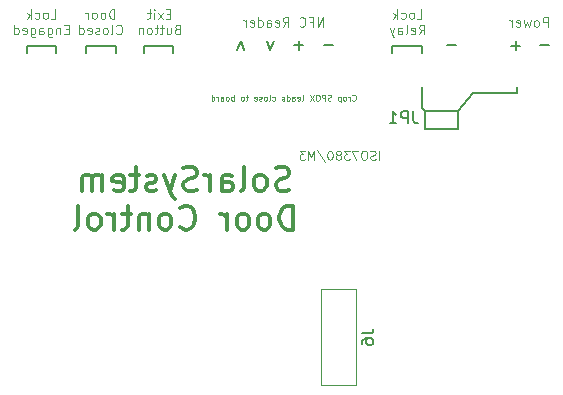
<source format=gbr>
%TF.GenerationSoftware,KiCad,Pcbnew,(5.1.9-0-10_14)*%
%TF.CreationDate,2021-07-10T08:02:52+01:00*%
%TF.ProjectId,Access,41636365-7373-42e6-9b69-6361645f7063,2*%
%TF.SameCoordinates,Original*%
%TF.FileFunction,Legend,Bot*%
%TF.FilePolarity,Positive*%
%FSLAX46Y46*%
G04 Gerber Fmt 4.6, Leading zero omitted, Abs format (unit mm)*
G04 Created by KiCad (PCBNEW (5.1.9-0-10_14)) date 2021-07-10 08:02:52*
%MOMM*%
%LPD*%
G01*
G04 APERTURE LIST*
%ADD10C,0.150000*%
%ADD11C,0.100000*%
%ADD12C,0.300000*%
%ADD13C,0.120000*%
G04 APERTURE END LIST*
D10*
X144500000Y-74500000D02*
X144500000Y-74000000D01*
X140750000Y-74500000D02*
X144500000Y-74500000D01*
X139500000Y-76000000D02*
X140750000Y-74500000D01*
X136750000Y-77500000D02*
X136750000Y-76000000D01*
X139500000Y-77500000D02*
X136750000Y-77500000D01*
X139500000Y-76000000D02*
X139500000Y-77500000D01*
X136750000Y-76000000D02*
X139500000Y-76000000D01*
X136500000Y-75750000D02*
X136750000Y-76000000D01*
X136500000Y-74000000D02*
X136500000Y-75750000D01*
D11*
X132857142Y-80139285D02*
X132857142Y-79389285D01*
X132535714Y-80103571D02*
X132428571Y-80139285D01*
X132250000Y-80139285D01*
X132178571Y-80103571D01*
X132142857Y-80067857D01*
X132107142Y-79996428D01*
X132107142Y-79925000D01*
X132142857Y-79853571D01*
X132178571Y-79817857D01*
X132250000Y-79782142D01*
X132392857Y-79746428D01*
X132464285Y-79710714D01*
X132500000Y-79675000D01*
X132535714Y-79603571D01*
X132535714Y-79532142D01*
X132500000Y-79460714D01*
X132464285Y-79425000D01*
X132392857Y-79389285D01*
X132214285Y-79389285D01*
X132107142Y-79425000D01*
X131642857Y-79389285D02*
X131500000Y-79389285D01*
X131428571Y-79425000D01*
X131357142Y-79496428D01*
X131321428Y-79639285D01*
X131321428Y-79889285D01*
X131357142Y-80032142D01*
X131428571Y-80103571D01*
X131500000Y-80139285D01*
X131642857Y-80139285D01*
X131714285Y-80103571D01*
X131785714Y-80032142D01*
X131821428Y-79889285D01*
X131821428Y-79639285D01*
X131785714Y-79496428D01*
X131714285Y-79425000D01*
X131642857Y-79389285D01*
X131071428Y-79389285D02*
X130571428Y-79389285D01*
X130892857Y-80139285D01*
X130357142Y-79389285D02*
X129892857Y-79389285D01*
X130142857Y-79675000D01*
X130035714Y-79675000D01*
X129964285Y-79710714D01*
X129928571Y-79746428D01*
X129892857Y-79817857D01*
X129892857Y-79996428D01*
X129928571Y-80067857D01*
X129964285Y-80103571D01*
X130035714Y-80139285D01*
X130250000Y-80139285D01*
X130321428Y-80103571D01*
X130357142Y-80067857D01*
X129464285Y-79710714D02*
X129535714Y-79675000D01*
X129571428Y-79639285D01*
X129607142Y-79567857D01*
X129607142Y-79532142D01*
X129571428Y-79460714D01*
X129535714Y-79425000D01*
X129464285Y-79389285D01*
X129321428Y-79389285D01*
X129250000Y-79425000D01*
X129214285Y-79460714D01*
X129178571Y-79532142D01*
X129178571Y-79567857D01*
X129214285Y-79639285D01*
X129250000Y-79675000D01*
X129321428Y-79710714D01*
X129464285Y-79710714D01*
X129535714Y-79746428D01*
X129571428Y-79782142D01*
X129607142Y-79853571D01*
X129607142Y-79996428D01*
X129571428Y-80067857D01*
X129535714Y-80103571D01*
X129464285Y-80139285D01*
X129321428Y-80139285D01*
X129250000Y-80103571D01*
X129214285Y-80067857D01*
X129178571Y-79996428D01*
X129178571Y-79853571D01*
X129214285Y-79782142D01*
X129250000Y-79746428D01*
X129321428Y-79710714D01*
X128714285Y-79389285D02*
X128642857Y-79389285D01*
X128571428Y-79425000D01*
X128535714Y-79460714D01*
X128500000Y-79532142D01*
X128464285Y-79675000D01*
X128464285Y-79853571D01*
X128500000Y-79996428D01*
X128535714Y-80067857D01*
X128571428Y-80103571D01*
X128642857Y-80139285D01*
X128714285Y-80139285D01*
X128785714Y-80103571D01*
X128821428Y-80067857D01*
X128857142Y-79996428D01*
X128892857Y-79853571D01*
X128892857Y-79675000D01*
X128857142Y-79532142D01*
X128821428Y-79460714D01*
X128785714Y-79425000D01*
X128714285Y-79389285D01*
X127607142Y-79353571D02*
X128250000Y-80317857D01*
X127357142Y-80139285D02*
X127357142Y-79389285D01*
X127107142Y-79925000D01*
X126857142Y-79389285D01*
X126857142Y-80139285D01*
X126571428Y-79389285D02*
X126107142Y-79389285D01*
X126357142Y-79675000D01*
X126250000Y-79675000D01*
X126178571Y-79710714D01*
X126142857Y-79746428D01*
X126107142Y-79817857D01*
X126107142Y-79996428D01*
X126142857Y-80067857D01*
X126178571Y-80103571D01*
X126250000Y-80139285D01*
X126464285Y-80139285D01*
X126535714Y-80103571D01*
X126571428Y-80067857D01*
X130559523Y-75078571D02*
X130583333Y-75102380D01*
X130654761Y-75126190D01*
X130702380Y-75126190D01*
X130773809Y-75102380D01*
X130821428Y-75054761D01*
X130845238Y-75007142D01*
X130869047Y-74911904D01*
X130869047Y-74840476D01*
X130845238Y-74745238D01*
X130821428Y-74697619D01*
X130773809Y-74650000D01*
X130702380Y-74626190D01*
X130654761Y-74626190D01*
X130583333Y-74650000D01*
X130559523Y-74673809D01*
X130345238Y-75126190D02*
X130345238Y-74792857D01*
X130345238Y-74888095D02*
X130321428Y-74840476D01*
X130297619Y-74816666D01*
X130250000Y-74792857D01*
X130202380Y-74792857D01*
X129964285Y-75126190D02*
X130011904Y-75102380D01*
X130035714Y-75078571D01*
X130059523Y-75030952D01*
X130059523Y-74888095D01*
X130035714Y-74840476D01*
X130011904Y-74816666D01*
X129964285Y-74792857D01*
X129892857Y-74792857D01*
X129845238Y-74816666D01*
X129821428Y-74840476D01*
X129797619Y-74888095D01*
X129797619Y-75030952D01*
X129821428Y-75078571D01*
X129845238Y-75102380D01*
X129892857Y-75126190D01*
X129964285Y-75126190D01*
X129583333Y-74792857D02*
X129583333Y-75292857D01*
X129583333Y-74816666D02*
X129535714Y-74792857D01*
X129440476Y-74792857D01*
X129392857Y-74816666D01*
X129369047Y-74840476D01*
X129345238Y-74888095D01*
X129345238Y-75030952D01*
X129369047Y-75078571D01*
X129392857Y-75102380D01*
X129440476Y-75126190D01*
X129535714Y-75126190D01*
X129583333Y-75102380D01*
X128773809Y-75102380D02*
X128702380Y-75126190D01*
X128583333Y-75126190D01*
X128535714Y-75102380D01*
X128511904Y-75078571D01*
X128488095Y-75030952D01*
X128488095Y-74983333D01*
X128511904Y-74935714D01*
X128535714Y-74911904D01*
X128583333Y-74888095D01*
X128678571Y-74864285D01*
X128726190Y-74840476D01*
X128750000Y-74816666D01*
X128773809Y-74769047D01*
X128773809Y-74721428D01*
X128750000Y-74673809D01*
X128726190Y-74650000D01*
X128678571Y-74626190D01*
X128559523Y-74626190D01*
X128488095Y-74650000D01*
X128273809Y-75126190D02*
X128273809Y-74626190D01*
X128083333Y-74626190D01*
X128035714Y-74650000D01*
X128011904Y-74673809D01*
X127988095Y-74721428D01*
X127988095Y-74792857D01*
X128011904Y-74840476D01*
X128035714Y-74864285D01*
X128083333Y-74888095D01*
X128273809Y-74888095D01*
X127678571Y-74626190D02*
X127583333Y-74626190D01*
X127535714Y-74650000D01*
X127488095Y-74697619D01*
X127464285Y-74792857D01*
X127464285Y-74959523D01*
X127488095Y-75054761D01*
X127535714Y-75102380D01*
X127583333Y-75126190D01*
X127678571Y-75126190D01*
X127726190Y-75102380D01*
X127773809Y-75054761D01*
X127797619Y-74959523D01*
X127797619Y-74792857D01*
X127773809Y-74697619D01*
X127726190Y-74650000D01*
X127678571Y-74626190D01*
X127297619Y-74626190D02*
X126964285Y-75126190D01*
X126964285Y-74626190D02*
X127297619Y-75126190D01*
X126321428Y-75126190D02*
X126369047Y-75102380D01*
X126392857Y-75054761D01*
X126392857Y-74626190D01*
X125940476Y-75102380D02*
X125988095Y-75126190D01*
X126083333Y-75126190D01*
X126130952Y-75102380D01*
X126154761Y-75054761D01*
X126154761Y-74864285D01*
X126130952Y-74816666D01*
X126083333Y-74792857D01*
X125988095Y-74792857D01*
X125940476Y-74816666D01*
X125916666Y-74864285D01*
X125916666Y-74911904D01*
X126154761Y-74959523D01*
X125488095Y-75126190D02*
X125488095Y-74864285D01*
X125511904Y-74816666D01*
X125559523Y-74792857D01*
X125654761Y-74792857D01*
X125702380Y-74816666D01*
X125488095Y-75102380D02*
X125535714Y-75126190D01*
X125654761Y-75126190D01*
X125702380Y-75102380D01*
X125726190Y-75054761D01*
X125726190Y-75007142D01*
X125702380Y-74959523D01*
X125654761Y-74935714D01*
X125535714Y-74935714D01*
X125488095Y-74911904D01*
X125035714Y-75126190D02*
X125035714Y-74626190D01*
X125035714Y-75102380D02*
X125083333Y-75126190D01*
X125178571Y-75126190D01*
X125226190Y-75102380D01*
X125250000Y-75078571D01*
X125273809Y-75030952D01*
X125273809Y-74888095D01*
X125250000Y-74840476D01*
X125226190Y-74816666D01*
X125178571Y-74792857D01*
X125083333Y-74792857D01*
X125035714Y-74816666D01*
X124821428Y-75102380D02*
X124773809Y-75126190D01*
X124678571Y-75126190D01*
X124630952Y-75102380D01*
X124607142Y-75054761D01*
X124607142Y-75030952D01*
X124630952Y-74983333D01*
X124678571Y-74959523D01*
X124750000Y-74959523D01*
X124797619Y-74935714D01*
X124821428Y-74888095D01*
X124821428Y-74864285D01*
X124797619Y-74816666D01*
X124750000Y-74792857D01*
X124678571Y-74792857D01*
X124630952Y-74816666D01*
X123797619Y-75102380D02*
X123845238Y-75126190D01*
X123940476Y-75126190D01*
X123988095Y-75102380D01*
X124011904Y-75078571D01*
X124035714Y-75030952D01*
X124035714Y-74888095D01*
X124011904Y-74840476D01*
X123988095Y-74816666D01*
X123940476Y-74792857D01*
X123845238Y-74792857D01*
X123797619Y-74816666D01*
X123511904Y-75126190D02*
X123559523Y-75102380D01*
X123583333Y-75054761D01*
X123583333Y-74626190D01*
X123250000Y-75126190D02*
X123297619Y-75102380D01*
X123321428Y-75078571D01*
X123345238Y-75030952D01*
X123345238Y-74888095D01*
X123321428Y-74840476D01*
X123297619Y-74816666D01*
X123250000Y-74792857D01*
X123178571Y-74792857D01*
X123130952Y-74816666D01*
X123107142Y-74840476D01*
X123083333Y-74888095D01*
X123083333Y-75030952D01*
X123107142Y-75078571D01*
X123130952Y-75102380D01*
X123178571Y-75126190D01*
X123250000Y-75126190D01*
X122892857Y-75102380D02*
X122845238Y-75126190D01*
X122750000Y-75126190D01*
X122702380Y-75102380D01*
X122678571Y-75054761D01*
X122678571Y-75030952D01*
X122702380Y-74983333D01*
X122750000Y-74959523D01*
X122821428Y-74959523D01*
X122869047Y-74935714D01*
X122892857Y-74888095D01*
X122892857Y-74864285D01*
X122869047Y-74816666D01*
X122821428Y-74792857D01*
X122750000Y-74792857D01*
X122702380Y-74816666D01*
X122273809Y-75102380D02*
X122321428Y-75126190D01*
X122416666Y-75126190D01*
X122464285Y-75102380D01*
X122488095Y-75054761D01*
X122488095Y-74864285D01*
X122464285Y-74816666D01*
X122416666Y-74792857D01*
X122321428Y-74792857D01*
X122273809Y-74816666D01*
X122250000Y-74864285D01*
X122250000Y-74911904D01*
X122488095Y-74959523D01*
X121726190Y-74792857D02*
X121535714Y-74792857D01*
X121654761Y-74626190D02*
X121654761Y-75054761D01*
X121630952Y-75102380D01*
X121583333Y-75126190D01*
X121535714Y-75126190D01*
X121297619Y-75126190D02*
X121345238Y-75102380D01*
X121369047Y-75078571D01*
X121392857Y-75030952D01*
X121392857Y-74888095D01*
X121369047Y-74840476D01*
X121345238Y-74816666D01*
X121297619Y-74792857D01*
X121226190Y-74792857D01*
X121178571Y-74816666D01*
X121154761Y-74840476D01*
X121130952Y-74888095D01*
X121130952Y-75030952D01*
X121154761Y-75078571D01*
X121178571Y-75102380D01*
X121226190Y-75126190D01*
X121297619Y-75126190D01*
X120535714Y-75126190D02*
X120535714Y-74626190D01*
X120535714Y-74816666D02*
X120488095Y-74792857D01*
X120392857Y-74792857D01*
X120345238Y-74816666D01*
X120321428Y-74840476D01*
X120297619Y-74888095D01*
X120297619Y-75030952D01*
X120321428Y-75078571D01*
X120345238Y-75102380D01*
X120392857Y-75126190D01*
X120488095Y-75126190D01*
X120535714Y-75102380D01*
X120011904Y-75126190D02*
X120059523Y-75102380D01*
X120083333Y-75078571D01*
X120107142Y-75030952D01*
X120107142Y-74888095D01*
X120083333Y-74840476D01*
X120059523Y-74816666D01*
X120011904Y-74792857D01*
X119940476Y-74792857D01*
X119892857Y-74816666D01*
X119869047Y-74840476D01*
X119845238Y-74888095D01*
X119845238Y-75030952D01*
X119869047Y-75078571D01*
X119892857Y-75102380D01*
X119940476Y-75126190D01*
X120011904Y-75126190D01*
X119416666Y-75126190D02*
X119416666Y-74864285D01*
X119440476Y-74816666D01*
X119488095Y-74792857D01*
X119583333Y-74792857D01*
X119630952Y-74816666D01*
X119416666Y-75102380D02*
X119464285Y-75126190D01*
X119583333Y-75126190D01*
X119630952Y-75102380D01*
X119654761Y-75054761D01*
X119654761Y-75007142D01*
X119630952Y-74959523D01*
X119583333Y-74935714D01*
X119464285Y-74935714D01*
X119416666Y-74911904D01*
X119178571Y-75126190D02*
X119178571Y-74792857D01*
X119178571Y-74888095D02*
X119154761Y-74840476D01*
X119130952Y-74816666D01*
X119083333Y-74792857D01*
X119035714Y-74792857D01*
X118654761Y-75126190D02*
X118654761Y-74626190D01*
X118654761Y-75102380D02*
X118702380Y-75126190D01*
X118797619Y-75126190D01*
X118845238Y-75102380D01*
X118869047Y-75078571D01*
X118892857Y-75030952D01*
X118892857Y-74888095D01*
X118869047Y-74840476D01*
X118845238Y-74816666D01*
X118797619Y-74792857D01*
X118702380Y-74792857D01*
X118654761Y-74816666D01*
D10*
X133950000Y-70500000D02*
X133950000Y-71100000D01*
X133950000Y-70500000D02*
X136450000Y-70500000D01*
X136450000Y-71100000D02*
X136450000Y-70500000D01*
D11*
X136030952Y-68211904D02*
X136411904Y-68211904D01*
X136411904Y-67411904D01*
X135650000Y-68211904D02*
X135726190Y-68173809D01*
X135764285Y-68135714D01*
X135802380Y-68059523D01*
X135802380Y-67830952D01*
X135764285Y-67754761D01*
X135726190Y-67716666D01*
X135650000Y-67678571D01*
X135535714Y-67678571D01*
X135459523Y-67716666D01*
X135421428Y-67754761D01*
X135383333Y-67830952D01*
X135383333Y-68059523D01*
X135421428Y-68135714D01*
X135459523Y-68173809D01*
X135535714Y-68211904D01*
X135650000Y-68211904D01*
X134697619Y-68173809D02*
X134773809Y-68211904D01*
X134926190Y-68211904D01*
X135002380Y-68173809D01*
X135040476Y-68135714D01*
X135078571Y-68059523D01*
X135078571Y-67830952D01*
X135040476Y-67754761D01*
X135002380Y-67716666D01*
X134926190Y-67678571D01*
X134773809Y-67678571D01*
X134697619Y-67716666D01*
X134354761Y-68211904D02*
X134354761Y-67411904D01*
X134278571Y-67907142D02*
X134050000Y-68211904D01*
X134050000Y-67678571D02*
X134354761Y-67983333D01*
X136221428Y-69511904D02*
X136488095Y-69130952D01*
X136678571Y-69511904D02*
X136678571Y-68711904D01*
X136373809Y-68711904D01*
X136297619Y-68750000D01*
X136259523Y-68788095D01*
X136221428Y-68864285D01*
X136221428Y-68978571D01*
X136259523Y-69054761D01*
X136297619Y-69092857D01*
X136373809Y-69130952D01*
X136678571Y-69130952D01*
X135573809Y-69473809D02*
X135650000Y-69511904D01*
X135802380Y-69511904D01*
X135878571Y-69473809D01*
X135916666Y-69397619D01*
X135916666Y-69092857D01*
X135878571Y-69016666D01*
X135802380Y-68978571D01*
X135650000Y-68978571D01*
X135573809Y-69016666D01*
X135535714Y-69092857D01*
X135535714Y-69169047D01*
X135916666Y-69245238D01*
X135078571Y-69511904D02*
X135154761Y-69473809D01*
X135192857Y-69397619D01*
X135192857Y-68711904D01*
X134430952Y-69511904D02*
X134430952Y-69092857D01*
X134469047Y-69016666D01*
X134545238Y-68978571D01*
X134697619Y-68978571D01*
X134773809Y-69016666D01*
X134430952Y-69473809D02*
X134507142Y-69511904D01*
X134697619Y-69511904D01*
X134773809Y-69473809D01*
X134811904Y-69397619D01*
X134811904Y-69321428D01*
X134773809Y-69245238D01*
X134697619Y-69207142D01*
X134507142Y-69207142D01*
X134430952Y-69169047D01*
X134126190Y-68978571D02*
X133935714Y-69511904D01*
X133745238Y-68978571D02*
X133935714Y-69511904D01*
X134011904Y-69702380D01*
X134050000Y-69740476D01*
X134126190Y-69778571D01*
D10*
X138569047Y-70428571D02*
X139330952Y-70428571D01*
X144421428Y-70119047D02*
X144421428Y-70880952D01*
X144802380Y-70500000D02*
X144040476Y-70500000D01*
X146469047Y-70428571D02*
X147230952Y-70428571D01*
D11*
X105030952Y-68211904D02*
X105411904Y-68211904D01*
X105411904Y-67411904D01*
X104650000Y-68211904D02*
X104726190Y-68173809D01*
X104764285Y-68135714D01*
X104802380Y-68059523D01*
X104802380Y-67830952D01*
X104764285Y-67754761D01*
X104726190Y-67716666D01*
X104650000Y-67678571D01*
X104535714Y-67678571D01*
X104459523Y-67716666D01*
X104421428Y-67754761D01*
X104383333Y-67830952D01*
X104383333Y-68059523D01*
X104421428Y-68135714D01*
X104459523Y-68173809D01*
X104535714Y-68211904D01*
X104650000Y-68211904D01*
X103697619Y-68173809D02*
X103773809Y-68211904D01*
X103926190Y-68211904D01*
X104002380Y-68173809D01*
X104040476Y-68135714D01*
X104078571Y-68059523D01*
X104078571Y-67830952D01*
X104040476Y-67754761D01*
X104002380Y-67716666D01*
X103926190Y-67678571D01*
X103773809Y-67678571D01*
X103697619Y-67716666D01*
X103354761Y-68211904D02*
X103354761Y-67411904D01*
X103278571Y-67907142D02*
X103050000Y-68211904D01*
X103050000Y-67678571D02*
X103354761Y-67983333D01*
X106573809Y-69092857D02*
X106307142Y-69092857D01*
X106192857Y-69511904D02*
X106573809Y-69511904D01*
X106573809Y-68711904D01*
X106192857Y-68711904D01*
X105850000Y-68978571D02*
X105850000Y-69511904D01*
X105850000Y-69054761D02*
X105811904Y-69016666D01*
X105735714Y-68978571D01*
X105621428Y-68978571D01*
X105545238Y-69016666D01*
X105507142Y-69092857D01*
X105507142Y-69511904D01*
X104783333Y-68978571D02*
X104783333Y-69626190D01*
X104821428Y-69702380D01*
X104859523Y-69740476D01*
X104935714Y-69778571D01*
X105050000Y-69778571D01*
X105126190Y-69740476D01*
X104783333Y-69473809D02*
X104859523Y-69511904D01*
X105011904Y-69511904D01*
X105088095Y-69473809D01*
X105126190Y-69435714D01*
X105164285Y-69359523D01*
X105164285Y-69130952D01*
X105126190Y-69054761D01*
X105088095Y-69016666D01*
X105011904Y-68978571D01*
X104859523Y-68978571D01*
X104783333Y-69016666D01*
X104059523Y-69511904D02*
X104059523Y-69092857D01*
X104097619Y-69016666D01*
X104173809Y-68978571D01*
X104326190Y-68978571D01*
X104402380Y-69016666D01*
X104059523Y-69473809D02*
X104135714Y-69511904D01*
X104326190Y-69511904D01*
X104402380Y-69473809D01*
X104440476Y-69397619D01*
X104440476Y-69321428D01*
X104402380Y-69245238D01*
X104326190Y-69207142D01*
X104135714Y-69207142D01*
X104059523Y-69169047D01*
X103335714Y-68978571D02*
X103335714Y-69626190D01*
X103373809Y-69702380D01*
X103411904Y-69740476D01*
X103488095Y-69778571D01*
X103602380Y-69778571D01*
X103678571Y-69740476D01*
X103335714Y-69473809D02*
X103411904Y-69511904D01*
X103564285Y-69511904D01*
X103640476Y-69473809D01*
X103678571Y-69435714D01*
X103716666Y-69359523D01*
X103716666Y-69130952D01*
X103678571Y-69054761D01*
X103640476Y-69016666D01*
X103564285Y-68978571D01*
X103411904Y-68978571D01*
X103335714Y-69016666D01*
X102650000Y-69473809D02*
X102726190Y-69511904D01*
X102878571Y-69511904D01*
X102954761Y-69473809D01*
X102992857Y-69397619D01*
X102992857Y-69092857D01*
X102954761Y-69016666D01*
X102878571Y-68978571D01*
X102726190Y-68978571D01*
X102650000Y-69016666D01*
X102611904Y-69092857D01*
X102611904Y-69169047D01*
X102992857Y-69245238D01*
X101926190Y-69511904D02*
X101926190Y-68711904D01*
X101926190Y-69473809D02*
X102002380Y-69511904D01*
X102154761Y-69511904D01*
X102230952Y-69473809D01*
X102269047Y-69435714D01*
X102307142Y-69359523D01*
X102307142Y-69130952D01*
X102269047Y-69054761D01*
X102230952Y-69016666D01*
X102154761Y-68978571D01*
X102002380Y-68978571D01*
X101926190Y-69016666D01*
X110430952Y-68211904D02*
X110430952Y-67411904D01*
X110240476Y-67411904D01*
X110126190Y-67450000D01*
X110050000Y-67526190D01*
X110011904Y-67602380D01*
X109973809Y-67754761D01*
X109973809Y-67869047D01*
X110011904Y-68021428D01*
X110050000Y-68097619D01*
X110126190Y-68173809D01*
X110240476Y-68211904D01*
X110430952Y-68211904D01*
X109516666Y-68211904D02*
X109592857Y-68173809D01*
X109630952Y-68135714D01*
X109669047Y-68059523D01*
X109669047Y-67830952D01*
X109630952Y-67754761D01*
X109592857Y-67716666D01*
X109516666Y-67678571D01*
X109402380Y-67678571D01*
X109326190Y-67716666D01*
X109288095Y-67754761D01*
X109250000Y-67830952D01*
X109250000Y-68059523D01*
X109288095Y-68135714D01*
X109326190Y-68173809D01*
X109402380Y-68211904D01*
X109516666Y-68211904D01*
X108792857Y-68211904D02*
X108869047Y-68173809D01*
X108907142Y-68135714D01*
X108945238Y-68059523D01*
X108945238Y-67830952D01*
X108907142Y-67754761D01*
X108869047Y-67716666D01*
X108792857Y-67678571D01*
X108678571Y-67678571D01*
X108602380Y-67716666D01*
X108564285Y-67754761D01*
X108526190Y-67830952D01*
X108526190Y-68059523D01*
X108564285Y-68135714D01*
X108602380Y-68173809D01*
X108678571Y-68211904D01*
X108792857Y-68211904D01*
X108183333Y-68211904D02*
X108183333Y-67678571D01*
X108183333Y-67830952D02*
X108145238Y-67754761D01*
X108107142Y-67716666D01*
X108030952Y-67678571D01*
X107954761Y-67678571D01*
X110602380Y-69435714D02*
X110640476Y-69473809D01*
X110754761Y-69511904D01*
X110830952Y-69511904D01*
X110945238Y-69473809D01*
X111021428Y-69397619D01*
X111059523Y-69321428D01*
X111097619Y-69169047D01*
X111097619Y-69054761D01*
X111059523Y-68902380D01*
X111021428Y-68826190D01*
X110945238Y-68750000D01*
X110830952Y-68711904D01*
X110754761Y-68711904D01*
X110640476Y-68750000D01*
X110602380Y-68788095D01*
X110145238Y-69511904D02*
X110221428Y-69473809D01*
X110259523Y-69397619D01*
X110259523Y-68711904D01*
X109726190Y-69511904D02*
X109802380Y-69473809D01*
X109840476Y-69435714D01*
X109878571Y-69359523D01*
X109878571Y-69130952D01*
X109840476Y-69054761D01*
X109802380Y-69016666D01*
X109726190Y-68978571D01*
X109611904Y-68978571D01*
X109535714Y-69016666D01*
X109497619Y-69054761D01*
X109459523Y-69130952D01*
X109459523Y-69359523D01*
X109497619Y-69435714D01*
X109535714Y-69473809D01*
X109611904Y-69511904D01*
X109726190Y-69511904D01*
X109154761Y-69473809D02*
X109078571Y-69511904D01*
X108926190Y-69511904D01*
X108850000Y-69473809D01*
X108811904Y-69397619D01*
X108811904Y-69359523D01*
X108850000Y-69283333D01*
X108926190Y-69245238D01*
X109040476Y-69245238D01*
X109116666Y-69207142D01*
X109154761Y-69130952D01*
X109154761Y-69092857D01*
X109116666Y-69016666D01*
X109040476Y-68978571D01*
X108926190Y-68978571D01*
X108850000Y-69016666D01*
X108164285Y-69473809D02*
X108240476Y-69511904D01*
X108392857Y-69511904D01*
X108469047Y-69473809D01*
X108507142Y-69397619D01*
X108507142Y-69092857D01*
X108469047Y-69016666D01*
X108392857Y-68978571D01*
X108240476Y-68978571D01*
X108164285Y-69016666D01*
X108126190Y-69092857D01*
X108126190Y-69169047D01*
X108507142Y-69245238D01*
X107440476Y-69511904D02*
X107440476Y-68711904D01*
X107440476Y-69473809D02*
X107516666Y-69511904D01*
X107669047Y-69511904D01*
X107745238Y-69473809D01*
X107783333Y-69435714D01*
X107821428Y-69359523D01*
X107821428Y-69130952D01*
X107783333Y-69054761D01*
X107745238Y-69016666D01*
X107669047Y-68978571D01*
X107516666Y-68978571D01*
X107440476Y-69016666D01*
X115164285Y-67792857D02*
X114897619Y-67792857D01*
X114783333Y-68211904D02*
X115164285Y-68211904D01*
X115164285Y-67411904D01*
X114783333Y-67411904D01*
X114516666Y-68211904D02*
X114097619Y-67678571D01*
X114516666Y-67678571D02*
X114097619Y-68211904D01*
X113792857Y-68211904D02*
X113792857Y-67678571D01*
X113792857Y-67411904D02*
X113830952Y-67450000D01*
X113792857Y-67488095D01*
X113754761Y-67450000D01*
X113792857Y-67411904D01*
X113792857Y-67488095D01*
X113526190Y-67678571D02*
X113221428Y-67678571D01*
X113411904Y-67411904D02*
X113411904Y-68097619D01*
X113373809Y-68173809D01*
X113297619Y-68211904D01*
X113221428Y-68211904D01*
X115735714Y-69092857D02*
X115621428Y-69130952D01*
X115583333Y-69169047D01*
X115545238Y-69245238D01*
X115545238Y-69359523D01*
X115583333Y-69435714D01*
X115621428Y-69473809D01*
X115697619Y-69511904D01*
X116002380Y-69511904D01*
X116002380Y-68711904D01*
X115735714Y-68711904D01*
X115659523Y-68750000D01*
X115621428Y-68788095D01*
X115583333Y-68864285D01*
X115583333Y-68940476D01*
X115621428Y-69016666D01*
X115659523Y-69054761D01*
X115735714Y-69092857D01*
X116002380Y-69092857D01*
X114859523Y-68978571D02*
X114859523Y-69511904D01*
X115202380Y-68978571D02*
X115202380Y-69397619D01*
X115164285Y-69473809D01*
X115088095Y-69511904D01*
X114973809Y-69511904D01*
X114897619Y-69473809D01*
X114859523Y-69435714D01*
X114592857Y-68978571D02*
X114288095Y-68978571D01*
X114478571Y-68711904D02*
X114478571Y-69397619D01*
X114440476Y-69473809D01*
X114364285Y-69511904D01*
X114288095Y-69511904D01*
X114135714Y-68978571D02*
X113830952Y-68978571D01*
X114021428Y-68711904D02*
X114021428Y-69397619D01*
X113983333Y-69473809D01*
X113907142Y-69511904D01*
X113830952Y-69511904D01*
X113450000Y-69511904D02*
X113526190Y-69473809D01*
X113564285Y-69435714D01*
X113602380Y-69359523D01*
X113602380Y-69130952D01*
X113564285Y-69054761D01*
X113526190Y-69016666D01*
X113450000Y-68978571D01*
X113335714Y-68978571D01*
X113259523Y-69016666D01*
X113221428Y-69054761D01*
X113183333Y-69130952D01*
X113183333Y-69359523D01*
X113221428Y-69435714D01*
X113259523Y-69473809D01*
X113335714Y-69511904D01*
X113450000Y-69511904D01*
X112840476Y-68978571D02*
X112840476Y-69511904D01*
X112840476Y-69054761D02*
X112802380Y-69016666D01*
X112726190Y-68978571D01*
X112611904Y-68978571D01*
X112535714Y-69016666D01*
X112497619Y-69092857D01*
X112497619Y-69511904D01*
D10*
X115400000Y-71100000D02*
X115400000Y-70500000D01*
X112900000Y-70500000D02*
X115400000Y-70500000D01*
X112900000Y-70500000D02*
X112900000Y-71100000D01*
X110550000Y-71100000D02*
X110550000Y-70500000D01*
X108050000Y-70500000D02*
X110550000Y-70500000D01*
X108050000Y-70500000D02*
X108050000Y-71100000D01*
X105500000Y-71100000D02*
X105500000Y-70500000D01*
X103000000Y-70500000D02*
X105500000Y-70500000D01*
X103000000Y-70500000D02*
X103000000Y-71100000D01*
D11*
X147130952Y-68861904D02*
X147130952Y-68061904D01*
X146826190Y-68061904D01*
X146750000Y-68100000D01*
X146711904Y-68138095D01*
X146673809Y-68214285D01*
X146673809Y-68328571D01*
X146711904Y-68404761D01*
X146750000Y-68442857D01*
X146826190Y-68480952D01*
X147130952Y-68480952D01*
X146216666Y-68861904D02*
X146292857Y-68823809D01*
X146330952Y-68785714D01*
X146369047Y-68709523D01*
X146369047Y-68480952D01*
X146330952Y-68404761D01*
X146292857Y-68366666D01*
X146216666Y-68328571D01*
X146102380Y-68328571D01*
X146026190Y-68366666D01*
X145988095Y-68404761D01*
X145950000Y-68480952D01*
X145950000Y-68709523D01*
X145988095Y-68785714D01*
X146026190Y-68823809D01*
X146102380Y-68861904D01*
X146216666Y-68861904D01*
X145683333Y-68328571D02*
X145530952Y-68861904D01*
X145378571Y-68480952D01*
X145226190Y-68861904D01*
X145073809Y-68328571D01*
X144464285Y-68823809D02*
X144540476Y-68861904D01*
X144692857Y-68861904D01*
X144769047Y-68823809D01*
X144807142Y-68747619D01*
X144807142Y-68442857D01*
X144769047Y-68366666D01*
X144692857Y-68328571D01*
X144540476Y-68328571D01*
X144464285Y-68366666D01*
X144426190Y-68442857D01*
X144426190Y-68519047D01*
X144807142Y-68595238D01*
X144083333Y-68861904D02*
X144083333Y-68328571D01*
X144083333Y-68480952D02*
X144045238Y-68404761D01*
X144007142Y-68366666D01*
X143930952Y-68328571D01*
X143854761Y-68328571D01*
D12*
X125209523Y-82659523D02*
X124923809Y-82754761D01*
X124447619Y-82754761D01*
X124257142Y-82659523D01*
X124161904Y-82564285D01*
X124066666Y-82373809D01*
X124066666Y-82183333D01*
X124161904Y-81992857D01*
X124257142Y-81897619D01*
X124447619Y-81802380D01*
X124828571Y-81707142D01*
X125019047Y-81611904D01*
X125114285Y-81516666D01*
X125209523Y-81326190D01*
X125209523Y-81135714D01*
X125114285Y-80945238D01*
X125019047Y-80850000D01*
X124828571Y-80754761D01*
X124352380Y-80754761D01*
X124066666Y-80850000D01*
X122923809Y-82754761D02*
X123114285Y-82659523D01*
X123209523Y-82564285D01*
X123304761Y-82373809D01*
X123304761Y-81802380D01*
X123209523Y-81611904D01*
X123114285Y-81516666D01*
X122923809Y-81421428D01*
X122638095Y-81421428D01*
X122447619Y-81516666D01*
X122352380Y-81611904D01*
X122257142Y-81802380D01*
X122257142Y-82373809D01*
X122352380Y-82564285D01*
X122447619Y-82659523D01*
X122638095Y-82754761D01*
X122923809Y-82754761D01*
X121114285Y-82754761D02*
X121304761Y-82659523D01*
X121400000Y-82469047D01*
X121400000Y-80754761D01*
X119495238Y-82754761D02*
X119495238Y-81707142D01*
X119590476Y-81516666D01*
X119780952Y-81421428D01*
X120161904Y-81421428D01*
X120352380Y-81516666D01*
X119495238Y-82659523D02*
X119685714Y-82754761D01*
X120161904Y-82754761D01*
X120352380Y-82659523D01*
X120447619Y-82469047D01*
X120447619Y-82278571D01*
X120352380Y-82088095D01*
X120161904Y-81992857D01*
X119685714Y-81992857D01*
X119495238Y-81897619D01*
X118542857Y-82754761D02*
X118542857Y-81421428D01*
X118542857Y-81802380D02*
X118447619Y-81611904D01*
X118352380Y-81516666D01*
X118161904Y-81421428D01*
X117971428Y-81421428D01*
X117400000Y-82659523D02*
X117114285Y-82754761D01*
X116638095Y-82754761D01*
X116447619Y-82659523D01*
X116352380Y-82564285D01*
X116257142Y-82373809D01*
X116257142Y-82183333D01*
X116352380Y-81992857D01*
X116447619Y-81897619D01*
X116638095Y-81802380D01*
X117019047Y-81707142D01*
X117209523Y-81611904D01*
X117304761Y-81516666D01*
X117400000Y-81326190D01*
X117400000Y-81135714D01*
X117304761Y-80945238D01*
X117209523Y-80850000D01*
X117019047Y-80754761D01*
X116542857Y-80754761D01*
X116257142Y-80850000D01*
X115590476Y-81421428D02*
X115114285Y-82754761D01*
X114638095Y-81421428D02*
X115114285Y-82754761D01*
X115304761Y-83230952D01*
X115400000Y-83326190D01*
X115590476Y-83421428D01*
X113971428Y-82659523D02*
X113780952Y-82754761D01*
X113400000Y-82754761D01*
X113209523Y-82659523D01*
X113114285Y-82469047D01*
X113114285Y-82373809D01*
X113209523Y-82183333D01*
X113400000Y-82088095D01*
X113685714Y-82088095D01*
X113876190Y-81992857D01*
X113971428Y-81802380D01*
X113971428Y-81707142D01*
X113876190Y-81516666D01*
X113685714Y-81421428D01*
X113400000Y-81421428D01*
X113209523Y-81516666D01*
X112542857Y-81421428D02*
X111780952Y-81421428D01*
X112257142Y-80754761D02*
X112257142Y-82469047D01*
X112161904Y-82659523D01*
X111971428Y-82754761D01*
X111780952Y-82754761D01*
X110352380Y-82659523D02*
X110542857Y-82754761D01*
X110923809Y-82754761D01*
X111114285Y-82659523D01*
X111209523Y-82469047D01*
X111209523Y-81707142D01*
X111114285Y-81516666D01*
X110923809Y-81421428D01*
X110542857Y-81421428D01*
X110352380Y-81516666D01*
X110257142Y-81707142D01*
X110257142Y-81897619D01*
X111209523Y-82088095D01*
X109400000Y-82754761D02*
X109400000Y-81421428D01*
X109400000Y-81611904D02*
X109304761Y-81516666D01*
X109114285Y-81421428D01*
X108828571Y-81421428D01*
X108638095Y-81516666D01*
X108542857Y-81707142D01*
X108542857Y-82754761D01*
X108542857Y-81707142D02*
X108447619Y-81516666D01*
X108257142Y-81421428D01*
X107971428Y-81421428D01*
X107780952Y-81516666D01*
X107685714Y-81707142D01*
X107685714Y-82754761D01*
X125542857Y-86054761D02*
X125542857Y-84054761D01*
X125066666Y-84054761D01*
X124780952Y-84150000D01*
X124590476Y-84340476D01*
X124495238Y-84530952D01*
X124400000Y-84911904D01*
X124400000Y-85197619D01*
X124495238Y-85578571D01*
X124590476Y-85769047D01*
X124780952Y-85959523D01*
X125066666Y-86054761D01*
X125542857Y-86054761D01*
X123257142Y-86054761D02*
X123447619Y-85959523D01*
X123542857Y-85864285D01*
X123638095Y-85673809D01*
X123638095Y-85102380D01*
X123542857Y-84911904D01*
X123447619Y-84816666D01*
X123257142Y-84721428D01*
X122971428Y-84721428D01*
X122780952Y-84816666D01*
X122685714Y-84911904D01*
X122590476Y-85102380D01*
X122590476Y-85673809D01*
X122685714Y-85864285D01*
X122780952Y-85959523D01*
X122971428Y-86054761D01*
X123257142Y-86054761D01*
X121447619Y-86054761D02*
X121638095Y-85959523D01*
X121733333Y-85864285D01*
X121828571Y-85673809D01*
X121828571Y-85102380D01*
X121733333Y-84911904D01*
X121638095Y-84816666D01*
X121447619Y-84721428D01*
X121161904Y-84721428D01*
X120971428Y-84816666D01*
X120876190Y-84911904D01*
X120780952Y-85102380D01*
X120780952Y-85673809D01*
X120876190Y-85864285D01*
X120971428Y-85959523D01*
X121161904Y-86054761D01*
X121447619Y-86054761D01*
X119923809Y-86054761D02*
X119923809Y-84721428D01*
X119923809Y-85102380D02*
X119828571Y-84911904D01*
X119733333Y-84816666D01*
X119542857Y-84721428D01*
X119352380Y-84721428D01*
X116019047Y-85864285D02*
X116114285Y-85959523D01*
X116400000Y-86054761D01*
X116590476Y-86054761D01*
X116876190Y-85959523D01*
X117066666Y-85769047D01*
X117161904Y-85578571D01*
X117257142Y-85197619D01*
X117257142Y-84911904D01*
X117161904Y-84530952D01*
X117066666Y-84340476D01*
X116876190Y-84150000D01*
X116590476Y-84054761D01*
X116400000Y-84054761D01*
X116114285Y-84150000D01*
X116019047Y-84245238D01*
X114876190Y-86054761D02*
X115066666Y-85959523D01*
X115161904Y-85864285D01*
X115257142Y-85673809D01*
X115257142Y-85102380D01*
X115161904Y-84911904D01*
X115066666Y-84816666D01*
X114876190Y-84721428D01*
X114590476Y-84721428D01*
X114400000Y-84816666D01*
X114304761Y-84911904D01*
X114209523Y-85102380D01*
X114209523Y-85673809D01*
X114304761Y-85864285D01*
X114400000Y-85959523D01*
X114590476Y-86054761D01*
X114876190Y-86054761D01*
X113352380Y-84721428D02*
X113352380Y-86054761D01*
X113352380Y-84911904D02*
X113257142Y-84816666D01*
X113066666Y-84721428D01*
X112780952Y-84721428D01*
X112590476Y-84816666D01*
X112495238Y-85007142D01*
X112495238Y-86054761D01*
X111828571Y-84721428D02*
X111066666Y-84721428D01*
X111542857Y-84054761D02*
X111542857Y-85769047D01*
X111447619Y-85959523D01*
X111257142Y-86054761D01*
X111066666Y-86054761D01*
X110400000Y-86054761D02*
X110400000Y-84721428D01*
X110400000Y-85102380D02*
X110304761Y-84911904D01*
X110209523Y-84816666D01*
X110019047Y-84721428D01*
X109828571Y-84721428D01*
X108876190Y-86054761D02*
X109066666Y-85959523D01*
X109161904Y-85864285D01*
X109257142Y-85673809D01*
X109257142Y-85102380D01*
X109161904Y-84911904D01*
X109066666Y-84816666D01*
X108876190Y-84721428D01*
X108590476Y-84721428D01*
X108400000Y-84816666D01*
X108304761Y-84911904D01*
X108209523Y-85102380D01*
X108209523Y-85673809D01*
X108304761Y-85864285D01*
X108400000Y-85959523D01*
X108590476Y-86054761D01*
X108876190Y-86054761D01*
X107066666Y-86054761D02*
X107257142Y-85959523D01*
X107352380Y-85769047D01*
X107352380Y-84054761D01*
D11*
X128083333Y-68861904D02*
X128083333Y-68061904D01*
X127626190Y-68861904D01*
X127626190Y-68061904D01*
X126978571Y-68442857D02*
X127245238Y-68442857D01*
X127245238Y-68861904D02*
X127245238Y-68061904D01*
X126864285Y-68061904D01*
X126102380Y-68785714D02*
X126140476Y-68823809D01*
X126254761Y-68861904D01*
X126330952Y-68861904D01*
X126445238Y-68823809D01*
X126521428Y-68747619D01*
X126559523Y-68671428D01*
X126597619Y-68519047D01*
X126597619Y-68404761D01*
X126559523Y-68252380D01*
X126521428Y-68176190D01*
X126445238Y-68100000D01*
X126330952Y-68061904D01*
X126254761Y-68061904D01*
X126140476Y-68100000D01*
X126102380Y-68138095D01*
X124692857Y-68861904D02*
X124959523Y-68480952D01*
X125150000Y-68861904D02*
X125150000Y-68061904D01*
X124845238Y-68061904D01*
X124769047Y-68100000D01*
X124730952Y-68138095D01*
X124692857Y-68214285D01*
X124692857Y-68328571D01*
X124730952Y-68404761D01*
X124769047Y-68442857D01*
X124845238Y-68480952D01*
X125150000Y-68480952D01*
X124045238Y-68823809D02*
X124121428Y-68861904D01*
X124273809Y-68861904D01*
X124350000Y-68823809D01*
X124388095Y-68747619D01*
X124388095Y-68442857D01*
X124350000Y-68366666D01*
X124273809Y-68328571D01*
X124121428Y-68328571D01*
X124045238Y-68366666D01*
X124007142Y-68442857D01*
X124007142Y-68519047D01*
X124388095Y-68595238D01*
X123321428Y-68861904D02*
X123321428Y-68442857D01*
X123359523Y-68366666D01*
X123435714Y-68328571D01*
X123588095Y-68328571D01*
X123664285Y-68366666D01*
X123321428Y-68823809D02*
X123397619Y-68861904D01*
X123588095Y-68861904D01*
X123664285Y-68823809D01*
X123702380Y-68747619D01*
X123702380Y-68671428D01*
X123664285Y-68595238D01*
X123588095Y-68557142D01*
X123397619Y-68557142D01*
X123321428Y-68519047D01*
X122597619Y-68861904D02*
X122597619Y-68061904D01*
X122597619Y-68823809D02*
X122673809Y-68861904D01*
X122826190Y-68861904D01*
X122902380Y-68823809D01*
X122940476Y-68785714D01*
X122978571Y-68709523D01*
X122978571Y-68480952D01*
X122940476Y-68404761D01*
X122902380Y-68366666D01*
X122826190Y-68328571D01*
X122673809Y-68328571D01*
X122597619Y-68366666D01*
X121911904Y-68823809D02*
X121988095Y-68861904D01*
X122140476Y-68861904D01*
X122216666Y-68823809D01*
X122254761Y-68747619D01*
X122254761Y-68442857D01*
X122216666Y-68366666D01*
X122140476Y-68328571D01*
X121988095Y-68328571D01*
X121911904Y-68366666D01*
X121873809Y-68442857D01*
X121873809Y-68519047D01*
X122254761Y-68595238D01*
X121530952Y-68861904D02*
X121530952Y-68328571D01*
X121530952Y-68480952D02*
X121492857Y-68404761D01*
X121454761Y-68366666D01*
X121378571Y-68328571D01*
X121302380Y-68328571D01*
D10*
X120835714Y-70880952D02*
X121121428Y-70119047D01*
X121407142Y-70880952D01*
X123335714Y-70119047D02*
X123621428Y-70880952D01*
X123907142Y-70119047D01*
X125669047Y-70428571D02*
X126430952Y-70428571D01*
X126050000Y-70047619D02*
X126050000Y-70809523D01*
X128169047Y-70428571D02*
X128930952Y-70428571D01*
D13*
%TO.C,J6*%
X127900000Y-91100000D02*
X127900000Y-99200000D01*
X130900000Y-99200000D02*
X130900000Y-91100000D01*
X127900000Y-91100000D02*
X130900000Y-91100000D01*
X130900000Y-99200000D02*
X127900000Y-99200000D01*
D10*
X131352380Y-94826666D02*
X132066666Y-94826666D01*
X132209523Y-94779047D01*
X132304761Y-94683809D01*
X132352380Y-94540952D01*
X132352380Y-94445714D01*
X131352380Y-95731428D02*
X131352380Y-95540952D01*
X131400000Y-95445714D01*
X131447619Y-95398095D01*
X131590476Y-95302857D01*
X131780952Y-95255238D01*
X132161904Y-95255238D01*
X132257142Y-95302857D01*
X132304761Y-95350476D01*
X132352380Y-95445714D01*
X132352380Y-95636190D01*
X132304761Y-95731428D01*
X132257142Y-95779047D01*
X132161904Y-95826666D01*
X131923809Y-95826666D01*
X131828571Y-95779047D01*
X131780952Y-95731428D01*
X131733333Y-95636190D01*
X131733333Y-95445714D01*
X131780952Y-95350476D01*
X131828571Y-95302857D01*
X131923809Y-95255238D01*
%TO.C,JP1*%
X135733333Y-76052380D02*
X135733333Y-76766666D01*
X135780952Y-76909523D01*
X135876190Y-77004761D01*
X136019047Y-77052380D01*
X136114285Y-77052380D01*
X135257142Y-77052380D02*
X135257142Y-76052380D01*
X134876190Y-76052380D01*
X134780952Y-76100000D01*
X134733333Y-76147619D01*
X134685714Y-76242857D01*
X134685714Y-76385714D01*
X134733333Y-76480952D01*
X134780952Y-76528571D01*
X134876190Y-76576190D01*
X135257142Y-76576190D01*
X133733333Y-77052380D02*
X134304761Y-77052380D01*
X134019047Y-77052380D02*
X134019047Y-76052380D01*
X134114285Y-76195238D01*
X134209523Y-76290476D01*
X134304761Y-76338095D01*
%TD*%
M02*

</source>
